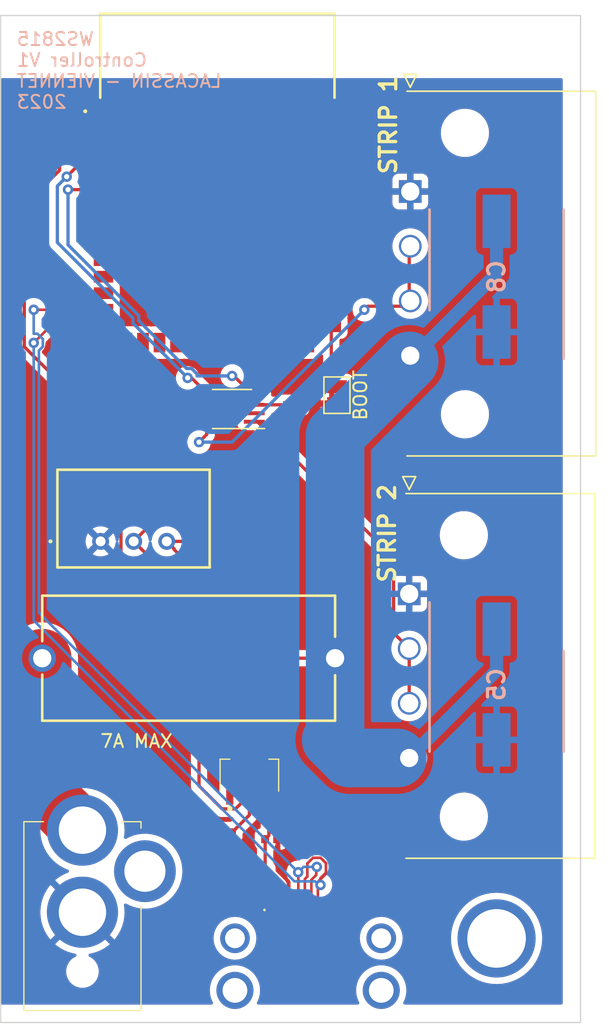
<source format=kicad_pcb>
(kicad_pcb (version 20221018) (generator pcbnew)
  (layers (0 "F.Cu" signal) (31 "B.Cu" signal) (34 "B.Paste" user) (35 "F.Paste" user) (36 "B.SilkS" user "B.Silkscreen") (37 "F.SilkS" user "F.Silkscreen") (38 "B.Mask" user) (39 "F.Mask" user) (44 "Edge.Cuts" user))
  (net 0 "")
  (net 1 "GND")
  (net 2 "Net-(39-30-3041-Pin_2)")
  (net 3 "+12V")
  (net 4 "Net-(39-30-3041-bis1-Pin_2)")
  (net 5 "+5V")
  (net 6 "+3.3V")
  (net 7 "D3")
  (net 8 "D4")
  (net 9 "D5")
  (net 10 "D6")
  (net 16 "D-")
  (net 17 "D+")
  (net 30 "Net-(ESP32-S3-WROOM-1-N8-GPIO0{slash}BOOT)")
  (net 51 "Net-(J1-Pad1)")
  (footprint "SamacSys_Parts:CAPC1005X55N" (layer "F.Cu") (at 121.46 131.557998 180)
    (fp_text reference "C15" hide)
    (fp_text value "100nF" hide)
    (pad "1" smd rect (at -0.46 0 180) (size 0.6 0.62) (layers "F.Cu" "F.Paste" "F.Mask") (net 6 "+3.3V"))
    (pad "2" smd rect (at 0.46 0 180) (size 0.6 0.62) (layers "F.Cu" "F.Paste" "F.Mask") (net 1 "GND"))
  )
  (footprint "SamacSys_Parts:39303041" (layer "F.Cu") (at 135.609255 82.362812 90)
    (fp_text reference "STRIP 1" (at 5.106695 -1.691092 90) (layer "F.SilkS") (effects (font (size 1.27 1.27) (thickness 0.254))))
    (fp_text value "Conn_01x04_Socket" hide)
    (fp_line (start -20.3 14.25) (end -20.3 -0.25) (stroke (width 0.127)) (layer "F.SilkS"))
    (fp_line (start 7.7 -0.25) (end 7.7 14.25) (stroke (width 0.127)) (layer "F.SilkS"))
    (fp_line (start 7.7 14.25) (end -20.3 14.25) (stroke (width 0.127)) (layer "F.SilkS"))
    (fp_line (start 8 0) (end 9 -0.5) (stroke (width 0.127)) (layer "F.SilkS"))
    (fp_line (start 9 -0.5) (end 9 0.5) (stroke (width 0.127)) (layer "F.SilkS"))
    (fp_line (start 9 0.5) (end 8 0) (stroke (width 0.127)) (layer "F.SilkS"))
    (pad "" np_thru_hole circle (at -17.1 4.2 90) (size 3.2 3.2) (drill 3.2) (layers "*.Cu" "*.Mask"))
    (pad "" np_thru_hole circle (at 4.5 4.2 90) (size 3.2 3.2) (drill 3.2) (layers "*.Cu" "*.Mask"))
    (pad "1" thru_hole rect (at 0 0 90) (size 1.75 1.75) (drill 1.4) (layers "*.Cu" "*.Mask") (net 1 "GND"))
    (pad "2" thru_hole circle (at -4.2 0 90) (size 1.75 1.75) (drill 1.4) (layers "*.Cu" "*.Mask") (net 2 "Net-(39-30-3041-Pin_2)"))
    (pad "3" thru_hole circle (at -8.4 0 90) (size 1.75 1.75) (drill 1.4) (layers "*.Cu" "*.Mask") (net 2 "Net-(39-30-3041-Pin_2)"))
    (pad "4" thru_hole circle (at -12.6 0 90) (size 1.75 1.75) (drill 1.4) (layers "*.Cu" "*.Mask") (net 3 "+12V"))
  )
  (footprint "SamacSys_Parts:CAPC1005X55N" (layer "F.Cu") (at 126.595267 98.762085)
    (fp_text reference "C2" hide)
    (fp_text value "100nF" hide)
    (pad "1" smd rect (at -0.46 0) (size 0.6 0.62) (layers "F.Cu" "F.Paste" "F.Mask") (net 6 "+3.3V"))
    (pad "2" smd rect (at 0.46 0) (size 0.6 0.62) (layers "F.Cu" "F.Paste" "F.Mask") (net 1 "GND"))
  )
  (footprint "SamacSys_Parts:CAPC1005X55N" (layer "F.Cu") (at 123.413066 109.184376)
    (fp_text reference "C3" hide)
    (fp_text value "100nF" hide)
    (pad "1" smd rect (at -0.46 0) (size 0.6 0.62) (layers "F.Cu" "F.Paste" "F.Mask") (net 3 "+12V"))
    (pad "2" smd rect (at 0.46 0) (size 0.6 0.62) (layers "F.Cu" "F.Paste" "F.Mask") (net 1 "GND"))
  )
  (footprint "Jumper:SolderJumper-2_P1.3mm_Bridged2Bar_Pad1.0x1.5mm" (layer "F.Cu") (at 129.976169 97.997013 -90)
    (fp_text reference "BOOT" (at 0 -1.8 90) (layer "F.SilkS"))
    (fp_text value "Jumper_2_Open")
    (fp_poly (pts (xy -0.25 -0.6) (xy 0.25 -0.6) (xy 0.25 -0.2) (xy -0.25 -0.2)) (fill solid) (layer "F.Cu"))
    (fp_poly (pts (xy -0.25 0.2) (xy 0.25 0.2) (xy 0.25 0.6) (xy -0.25 0.6)) (fill solid) (layer "F.Cu"))
    (fp_line (start -1.4 -1) (end 1.4 -1) (stroke (width 0.12)) (layer "F.SilkS"))
    (fp_line (start -1.4 1) (end -1.4 -1) (stroke (width 0.12)) (layer "F.SilkS"))
    (fp_line (start 1.4 -1) (end 1.4 1) (stroke (width 0.12)) (layer "F.SilkS"))
    (fp_line (start 1.4 1) (end -1.4 1) (stroke (width 0.12)) (layer "F.SilkS"))
    (pad "1" smd rect (at -0.65 0 270) (size 1 1.5) (layers "F.Cu" "F.Mask") (net 30 "Net-(ESP32-S3-WROOM-1-N8-GPIO0{slash}BOOT)"))
    (pad "2" smd rect (at 0.65 0 270) (size 1 1.5) (layers "F.Cu" "F.Mask") (net 1 "GND"))
  )
  (footprint "SamacSys_Parts:CAPC1005X55N" (layer "F.Cu") (at 108.176694 77.359144 180)
    (fp_text reference "C10" hide)
    (fp_text value "100nF" hide)
    (pad "1" smd rect (at -0.46 0 180) (size 0.6 0.62) (layers "F.Cu" "F.Paste" "F.Mask") (net 6 "+3.3V"))
    (pad "2" smd rect (at 0.46 0 180) (size 0.6 0.62) (layers "F.Cu" "F.Paste" "F.Mask") (net 1 "GND"))
  )
  (footprint "SamacSys_Parts:CAPC1005X55N" (layer "F.Cu") (at 123.467201 110.461862)
    (fp_text reference "C13" hide)
    (fp_text value "1uF" hide)
    (pad "1" smd rect (at -0.46 0) (size 0.6 0.62) (layers "F.Cu" "F.Paste" "F.Mask") (net 3 "+12V"))
    (pad "2" smd rect (at 0.46 0) (size 0.6 0.62) (layers "F.Cu" "F.Paste" "F.Mask") (net 1 "GND"))
  )
  (footprint "Package_SO:SSOP-8_2.95x2.8mm_P0.65mm" (layer "F.Cu") (at 121.92 99.06 180)
    (fp_text reference "U3" hide)
    (fp_text value "TXS0102DCT")
    (fp_line (start 1.5 -1.5) (end -2.5 -1.5) (stroke (width 0.12)) (layer "F.SilkS"))
    (fp_line (start 1.5 1.5) (end -1.5 1.5) (stroke (width 0.12)) (layer "F.SilkS"))
    (pad "1" smd rect (at -1.7 -0.975 90) (size 0.3 1.6) (layers "F.Cu" "F.Paste" "F.Mask") (net 4 "Net-(39-30-3041-bis1-Pin_2)"))
    (pad "2" smd rect (at -1.7 -0.325 90) (size 0.3 1.6) (layers "F.Cu" "F.Paste" "F.Mask") (net 1 "GND"))
    (pad "3" smd rect (at -1.7 0.325 90) (size 0.3 1.6) (layers "F.Cu" "F.Paste" "F.Mask") (net 6 "+3.3V"))
    (pad "4" smd rect (at -1.7 0.975 90) (size 0.3 1.6) (layers "F.Cu" "F.Paste" "F.Mask") (net 8 "D4"))
    (pad "5" smd rect (at 1.7 0.975 90) (size 0.3 1.6) (layers "F.Cu" "F.Paste" "F.Mask") (net 7 "D3"))
    (pad "6" smd rect (at 1.7 0.325 90) (size 0.3 1.6) (layers "F.Cu" "F.Paste" "F.Mask") (net 6 "+3.3V"))
    (pad "7" smd rect (at 1.7 -0.325 90) (size 0.3 1.6) (layers "F.Cu" "F.Paste" "F.Mask") (net 5 "+5V"))
    (pad "8" smd rect (at 1.7 -0.975 90) (size 0.3 1.6) (layers "F.Cu" "F.Paste" "F.Mask") (net 2 "Net-(39-30-3041-Pin_2)"))
  )
  (footprint "SamacSys_Parts:39303041" (layer "F.Cu") (at 135.5271 113.24925 90)
    (fp_text reference "STRIP 2" (at 4.644172 -1.695831 90) (layer "F.SilkS") (effects (font (size 1.27 1.27) (thickness 0.254))))
    (fp_text value "Conn_01x04_Socket" hide)
    (fp_line (start -20.3 14.25) (end -20.3 -0.25) (stroke (width 0.127)) (layer "F.SilkS"))
    (fp_line (start 7.7 -0.25) (end 7.7 14.25) (stroke (width 0.127)) (layer "F.SilkS"))
    (fp_line (start 7.7 14.25) (end -20.3 14.25) (stroke (width 0.127)) (layer "F.SilkS"))
    (fp_line (start 8 0) (end 9 -0.5) (stroke (width 0.127)) (layer "F.SilkS"))
    (fp_line (start 9 -0.5) (end 9 0.5) (stroke (width 0.127)) (layer "F.SilkS"))
    (fp_line (start 9 0.5) (end 8 0) (stroke (width 0.127)) (layer "F.SilkS"))
    (pad "" np_thru_hole circle (at -17.1 4.2 90) (size 3.2 3.2) (drill 3.2) (layers "*.Cu" "*.Mask"))
    (pad "" np_thru_hole circle (at 4.5 4.2 90) (size 3.2 3.2) (drill 3.2) (layers "*.Cu" "*.Mask"))
    (pad "1" thru_hole rect (at 0 0 90) (size 1.75 1.75) (drill 1.4) (layers "*.Cu" "*.Mask") (net 1 "GND"))
    (pad "2" thru_hole circle (at -4.2 0 90) (size 1.75 1.75) (drill 1.4) (layers "*.Cu" "*.Mask") (net 4 "Net-(39-30-3041-bis1-Pin_2)"))
    (pad "3" thru_hole circle (at -8.4 0 90) (size 1.75 1.75) (drill 1.4) (layers "*.Cu" "*.Mask") (net 4 "Net-(39-30-3041-bis1-Pin_2)"))
    (pad "4" thru_hole circle (at -12.6 0 90) (size 1.75 1.75) (drill 1.4) (layers "*.Cu" "*.Mask") (net 3 "+12V"))
  )
  (footprint "SamacSys_Parts:CAPC1005X55N" (layer "F.Cu") (at 108.211161 80.009503 180)
    (fp_text reference "C14" hide)
    (fp_text value "1uF" hide)
    (pad "1" smd rect (at -0.46 0 180) (size 0.6 0.62) (layers "F.Cu" "F.Paste" "F.Mask") (net 6 "+3.3V"))
    (pad "2" smd rect (at 0.46 0 180) (size 0.6 0.62) (layers "F.Cu" "F.Paste" "F.Mask") (net 1 "GND"))
  )
  (footprint "SamacSys_Parts:ESP32S3WROOM1N8R8" (layer "F.Cu") (at 120.79 81.46)
    (fp_text reference "ESP32-S3-WROOM-1-N8" hide)
    (fp_text value "ESP32-S3-WROOM-1" hide)
    (fp_line (start -10.2 -5.26) (end -10.2 -5.26) (stroke (width 0.2)) (layer "F.SilkS"))
    (fp_line (start -10.2 -5.26) (end -10.2 -5.26) (stroke (width 0.2)) (layer "F.SilkS"))
    (fp_line (start -10.1 -5.26) (end -10.1 -5.26) (stroke (width 0.2)) (layer "F.SilkS"))
    (fp_line (start -9 -12.75) (end 9 -12.75) (stroke (width 0.2)) (layer "F.SilkS"))
    (fp_line (start -9 -6.3) (end -9 -12.75) (stroke (width 0.2)) (layer "F.SilkS"))
    (fp_line (start 9 -12.75) (end 9 -6.3) (stroke (width 0.2)) (layer "F.SilkS"))
    (fp_arc (start -10.2 -5.26) (mid -10.15 -5.31) (end -10.1 -5.26) (stroke (width 0.2)) (layer "F.SilkS"))
    (fp_arc (start -10.1 -5.26) (mid -10.15 -5.21) (end -10.2 -5.26) (stroke (width 0.2)) (layer "F.SilkS"))
    (fp_arc (start -10.1 -5.26) (mid -10.15 -5.21) (end -10.2 -5.26) (stroke (width 0.2)) (layer "F.SilkS"))
    (pad "1" smd rect (at -8.75 -5.26 90) (size 0.9 1.5) (layers "F.Cu" "F.Paste" "F.Mask") (net 1 "GND"))
    (pad "2" smd rect (at -8.75 -3.99 90) (size 0.9 1.5) (layers "F.Cu" "F.Paste" "F.Mask") (net 6 "+3.3V"))
    (pad "3" smd rect (at -8.75 -2.72 90) (size 0.9 1.5) (layers "F.Cu" "F.Paste" "F.Mask") (net 6 "+3.3V"))
    (pad "4" smd rect (at -8.75 -1.45 90) (size 0.9 1.5) (layers "F.Cu" "F.Paste" "F.Mask") (net 7 "D3"))
    (pad "5" smd rect (at -8.75 -0.18 90) (size 0.9 1.5) (layers "F.Cu" "F.Paste" "F.Mask") (net 8 "D4"))
    (pad "6" smd rect (at -8.75 1.09 90) (size 0.9 1.5) (layers "F.Cu" "F.Paste" "F.Mask") (net 9 "D5"))
    (pad "7" smd rect (at -8.75 2.36 90) (size 0.9 1.5) (layers "F.Cu" "F.Paste" "F.Mask") (net 10 "D6"))
    (pad "8" smd rect (at -8.75 3.63 90) (size 0.9 1.5) (layers "F.Cu" "F.Paste" "F.Mask"))
    (pad "9" smd rect (at -8.75 4.9 90) (size 0.9 1.5) (layers "F.Cu" "F.Paste" "F.Mask"))
    (pad "10" smd rect (at -8.75 6.17 90) (size 0.9 1.5) (layers "F.Cu" "F.Paste" "F.Mask"))
    (pad "11" smd rect (at -8.75 7.44 90) (size 0.9 1.5) (layers "F.Cu" "F.Paste" "F.Mask"))
    (pad "12" smd rect (at -8.75 8.71 90) (size 0.9 1.5) (layers "F.Cu" "F.Paste" "F.Mask"))
    (pad "13" smd rect (at -8.75 9.98 90) (size 0.9 1.5) (layers "F.Cu" "F.Paste" "F.Mask") (net 16 "D-"))
    (pad "14" smd rect (at -8.75 11.25 90) (size 0.9 1.5) (layers "F.Cu" "F.Paste" "F.Mask") (net 17 "D+"))
    (pad "15" smd rect (at -6.985 12.5) (size 0.9 1.5) (layers "F.Cu" "F.Paste" "F.Mask"))
    (pad "16" smd rect (at -5.715 12.5) (size 0.9 1.5) (layers "F.Cu" "F.Paste" "F.Mask"))
    (pad "17" smd rect (at -4.445 12.5) (size 0.9 1.5) (layers "F.Cu" "F.Paste" "F.Mask"))
    (pad "18" smd rect (at -3.175 12.5) (size 0.9 1.5) (layers "F.Cu" "F.Paste" "F.Mask"))
    (pad "19" smd rect (at -1.905 12.5) (size 0.9 1.5) (layers "F.Cu" "F.Paste" "F.Mask"))
    (pad "20" smd rect (at -0.635 12.5) (size 0.9 1.5) (layers "F.Cu" "F.Paste" "F.Mask"))
    (pad "21" smd rect (at 0.635 12.5) (size 0.9 1.5) (layers "F.Cu" "F.Paste" "F.Mask"))
    (pad "22" smd rect (at 1.905 12.5) (size 0.9 1.5) (layers "F.Cu" "F.Paste" "F.Mask"))
    (pad "23" smd rect (at 3.175 12.5) (size 0.9 1.5) (layers "F.Cu" "F.Paste" "F.Mask"))
    (pad "24" smd rect (at 4.445 12.5) (size 0.9 1.5) (layers "F.Cu" "F.Paste" "F.Mask"))
    (pad "25" smd rect (at 5.715 12.5) (size 0.9 1.5) (layers "F.Cu" "F.Paste" "F.Mask"))
    (pad "26" smd rect (at 6.985 12.5) (size 0.9 1.5) (layers "F.Cu" "F.Paste" "F.Mask"))
    (pad "27" smd rect (at 8.75 11.25 90) (size 0.9 1.5) (layers "F.Cu" "F.Paste" "F.Mask") (net 30 "Net-(ESP32-S3-WROOM-1-N8-GPIO0{slash}BOOT)"))
    (pad "28" smd rect (at 8.75 9.98 90) (size 0.9 1.5) (layers "F.Cu" "F.Paste" "F.Mask"))
    (pad "29" smd rect (at 8.75 8.71 90) (size 0.9 1.5) (layers "F.Cu" "F.Paste" "F.Mask"))
    (pad "30" smd rect (at 8.75 7.44 90) (size 0.9 1.5) (layers "F.Cu" "F.Paste" "F.Mask"))
    (pad "31" smd rect (at 8.75 6.17 90) (size 0.9 1.5) (layers "F.Cu" "F.Paste" "F.Mask"))
    (pad "32" smd rect (at 8.75 4.9 90) (size 0.9 1.5) (layers "F.Cu" "F.Paste" "F.Mask"))
    (pad "33" smd rect (at 8.75 3.63 90) (size 0.9 1.5) (layers "F.Cu" "F.Paste" "F.Mask"))
    (pad "34" smd rect (at 8.75 2.36 90) (size 0.9 1.5) (layers "F.Cu" "F.Paste" "F.Mask"))
    (pad "35" smd rect (at 8.75 1.09 90) (size 0.9 1.5) (layers "F.Cu" "F.Paste" "F.Mask"))
    (pad "36" smd rect (at 8.75 -0.18 90) (size 0.9 1.5) (layers "F.Cu" "F.Paste" "F.Mask"))
    (pad "37" smd rect (at 8.75 -1.45 90) (size 0.9 1.5) (layers "F.Cu" "F.Paste" "F.Mask"))
    (pad "38" smd rect (at 8.75 -2.72 90) (size 0.9 1.5) (layers "F.Cu" "F.Paste" "F.Mask"))
    (pad "39" smd rect (at 8.75 -3.99 90) (size 0.9 1.5) (layers "F.Cu" "F.Paste" "F.Mask"))
    (pad "40" smd rect (at 8.75 -5.26 90) (size 0.9 1.5) (layers "F.Cu" "F.Paste" "F.Mask") (net 1 "GND"))
    (pad "41" smd rect (at -1.5 2.46) (size 0.9 0.9) (layers "F.Cu" "F.Paste" "F.Mask") (net 1 "GND"))
    (pad "42" smd rect (at -1.5 1.06) (size 0.9 0.9) (layers "F.Cu" "F.Paste" "F.Mask"))
    (pad "43" smd rect (at -2.9 1.06) (size 0.9 0.9) (layers "F.Cu" "F.Paste" "F.Mask"))
    (pad "44" smd rect (at -2.9 2.46) (size 0.9 0.9) (layers "F.Cu" "F.Paste" "F.Mask"))
    (pad "45" smd rect (at -2.9 3.86) (size 0.9 0.9) (layers "F.Cu" "F.Paste" "F.Mask"))
    (pad "46" smd rect (at -1.5 3.86) (size 0.9 0.9) (layers "F.Cu" "F.Paste" "F.Mask"))
    (pad "47" smd rect (at -0.1 3.86) (size 0.9 0.9) (layers "F.Cu" "F.Paste" "F.Mask"))
    (pad "48" smd rect (at -0.1 2.46) (size 0.9 0.9) (layers "F.Cu" "F.Paste" "F.Mask"))
    (pad "49" smd rect (at -0.1 1.06) (size 0.9 0.9) (layers "F.Cu" "F.Paste" "F.Mask"))
  )
  (footprint "SamacSys_Parts:AZ1117CR33TRG1" (layer "F.Cu") (at 123.247133 125.94)
    (fp_text reference "AZ1117CR-3.3TRG1" hide)
    (fp_text value "5v to 3v3" hide)
    (fp_line (start -2.25 0) (end -2.25 2.45) (stroke (width 0.1)) (layer "F.SilkS"))
    (fp_line (start -1.6 3.8) (end -1.6 3.8) (stroke (width 0.2)) (layer "F.SilkS"))
    (fp_line (start -1.5 0) (end -2.25 0) (stroke (width 0.1)) (layer "F.SilkS"))
    (fp_line (start -1.4 3.8) (end -1.4 3.8) (stroke (width 0.2)) (layer "F.SilkS"))
    (fp_line (start 1.5 0) (end 2.25 0) (stroke (width 0.1)) (layer "F.SilkS"))
    (fp_line (start 2.25 0) (end 2.25 2.45) (stroke (width 0.1)) (layer "F.SilkS"))
    (fp_arc (start -1.6 3.8) (mid -1.5 3.7) (end -1.4 3.8) (stroke (width 0.2)) (layer "F.SilkS"))
    (fp_arc (start -1.4 3.8) (mid -1.5 3.9) (end -1.6 3.8) (stroke (width 0.2)) (layer "F.SilkS"))
    (pad "1" smd rect (at -1.5 2.838) (size 0.55 1.3) (layers "F.Cu" "F.Paste" "F.Mask") (net 1 "GND"))
    (pad "2" smd rect (at 0 2.75) (size 0.8 1.475) (layers "F.Cu" "F.Paste" "F.Mask") (net 6 "+3.3V"))
    (pad "3" smd rect (at 1.5 2.838) (size 0.55 1.3) (layers "F.Cu" "F.Paste" "F.Mask") (net 5 "+5V"))
    (pad "4" smd rect (at 0 0.45) (size 1.85 3.125) (layers "F.Cu" "F.Paste" "F.Mask"))
  )
  (footprint "SamacSys_Parts:CAPC1005X55N" (layer "F.Cu") (at 116.084287 98.679132)
    (fp_text reference "C6" hide)
    (fp_text value "100nF" hide)
    (pad "1" smd rect (at -0.46 0) (size 0.6 0.62) (layers "F.Cu" "F.Paste" "F.Mask") (net 1 "GND"))
    (pad "2" smd rect (at 0.46 0) (size 0.6 0.62) (layers "F.Cu" "F.Paste" "F.Mask") (net 6 "+3.3V"))
  )
  (footprint "SamacSys_Parts:2169900002" (layer "F.Cu") (at 127.76 141.39)
    (fp_text reference "216990-0002" hide)
    (fp_text value "USB_C_Receptacle" hide)
    (fp_line (start -3.35 -3.925) (end -3.35 -3.925) (stroke (width 0.1)) (layer "F.SilkS"))
    (fp_line (start -3.35 -3.825) (end -3.35 -3.825) (stroke (width 0.1)) (layer "F.SilkS"))
    (fp_arc (start -3.35 -3.925) (mid -3.3 -3.875) (end -3.35 -3.825) (stroke (width 0.1)) (layer "F.SilkS"))
    (fp_arc (start -3.35 -3.825) (mid -3.4 -3.875) (end -3.35 -3.925) (stroke (width 0.1)) (layer "F.SilkS"))
    (pad "A1" smd rect (at -3.35 -2.85) (size 0.3 1.1) (layers "F.Cu" "F.Paste" "F.Mask") (net 1 "GND"))
    (pad "A4" smd rect (at -2.55 -2.85) (size 0.3 1.1) (layers "F.Cu" "F.Paste" "F.Mask") (net 5 "+5V"))
    (pad "A5" smd rect (at -1.25 -2.85) (size 0.3 1.1) (layers "F.Cu" "F.Paste" "F.Mask"))
    (pad "A6" smd rect (at -0.25 -2.85) (size 0.3 1.1) (layers "F.Cu" "F.Paste" "F.Mask") (net 17 "D+"))
    (pad "A7" smd rect (at 0.25 -2.85) (size 0.3 1.1) (layers "F.Cu" "F.Paste" "F.Mask") (net 16 "D-"))
    (pad "A8" smd rect (at 1.25 -2.85) (size 0.3 1.1) (layers "F.Cu" "F.Paste" "F.Mask"))
    (pad "A9" smd rect (at 2.55 -2.85) (size 0.3 1.1) (layers "F.Cu" "F.Paste" "F.Mask") (net 5 "+5V"))
    (pad "A12" smd rect (at 3.35 -2.85) (size 0.3 1.1) (layers "F.Cu" "F.Paste" "F.Mask") (net 1 "GND"))
    (pad "B1" smd rect (at 3.05 -2.85) (size 0.3 1.1) (layers "F.Cu" "F.Paste" "F.Mask") (net 1 "GND"))
    (pad "B4" smd rect (at 2.25 -2.85) (size 0.3 1.1) (layers "F.Cu" "F.Paste" "F.Mask") (net 5 "+5V"))
    (pad "B5" smd rect (at 1.75 -2.85) (size 0.3 1.1) (layers "F.Cu" "F.Paste" "F.Mask"))
    (pad "B6" smd rect (at 0.75 -2.85) (size 0.3 1.1) (layers "F.Cu" "F.Paste" "F.Mask") (net 17 "D+"))
    (pad "B7" smd rect (at -0.75 -2.85) (size 0.3 1.1) (layers "F.Cu" "F.Paste" "F.Mask") (net 16 "D-"))
    (pad "B8" smd rect (at -1.75 -2.85) (size 0.3 1.1) (layers "F.Cu" "F.Paste" "F.Mask"))
    (pad "B9" smd rect (at -2.25 -2.85) (size 0.3 1.1) (layers "F.Cu" "F.Paste" "F.Mask") (net 5 "+5V"))
    (pad "B12" smd rect (at -3.05 -2.85) (size 0.3 1.1) (layers "F.Cu" "F.Paste" "F.Mask") (net 1 "GND"))
    (pad "MH1" thru_hole circle (at -5.62 -1.7) (size 2.28 2.28) (drill 1.52) (layers "*.Cu" "*.Mask"))
    (pad "MH2" thru_hole circle (at 5.62 -1.7) (size 2.28 2.28) (drill 1.52) (layers "*.Cu" "*.Mask"))
    (pad "MH3" thru_hole circle (at 5.62 2.3) (size 2.85 2.85) (drill 1.9) (layers "*.Cu" "*.Mask"))
    (pad "MH4" thru_hole circle (at -5.62 2.3) (size 2.85 2.85) (drill 1.9) (layers "*.Cu" "*.Mask"))
  )
  (footprint "SamacSys_Parts:CAPC1005X55N" (layer "F.Cu") (at 124.92 132.08)
    (fp_text reference "C11" hide)
    (fp_text value "100nF" hide)
    (pad "1" smd rect (at -0.46 0) (size 0.6 0.62) (layers "F.Cu" "F.Paste" "F.Mask") (net 5 "+5V"))
    (pad "2" smd rect (at 0.46 0) (size 0.6 0.62) (layers "F.Cu" "F.Paste" "F.Mask") (net 1 "GND"))
  )
  (footprint "SamacSys_Parts:CAPC1005X55N" (layer "F.Cu") (at 108.231528 78.699142 180)
    (fp_text reference "C0402C103K1RACAUTO1" hide)
    (fp_text value "100nF" hide)
    (pad "1" smd rect (at -0.46 0 180) (size 0.6 0.62) (layers "F.Cu" "F.Paste" "F.Mask") (net 6 "+3.3V"))
    (pad "2" smd rect (at 0.46 0 180) (size 0.6 0.62) (layers "F.Cu" "F.Paste" "F.Mask") (net 1 "GND"))
  )
  (footprint "SamacSys_Parts:CAPC1005X55N" (layer "F.Cu") (at 123.465229 106.524827)
    (fp_text reference "C12" hide)
    (fp_text value "1uF" hide)
    (pad "1" smd rect (at -0.46 0) (size 0.6 0.62) (layers "F.Cu" "F.Paste" "F.Mask") (net 5 "+5V"))
    (pad "2" smd rect (at 0.46 0) (size 0.6 0.62) (layers "F.Cu" "F.Paste" "F.Mask") (net 1 "GND"))
  )
  (footprint "SamacSys_Parts:CAPC1005X55N" (layer "F.Cu") (at 123.465229 104.847528)
    (fp_text reference "C1" hide)
    (fp_text value "100nF" hide)
    (pad "1" smd rect (at -0.46 0) (size 0.6 0.62) (layers "F.Cu" "F.Paste" "F.Mask") (net 5 "+5V"))
    (pad "2" smd rect (at 0.46 0) (size 0.6 0.62) (layers "F.Cu" "F.Paste" "F.Mask") (net 1 "GND"))
  )
  (footprint "SamacSys_Parts:CAPC1005X55N" (layer "F.Cu") (at 124 134.62 180)
    (fp_text reference "C9" hide)
    (fp_text value "100nF" hide)
    (pad "1" smd rect (at -0.46 0 180) (size 0.6 0.62) (layers "F.Cu" "F.Paste" "F.Mask") (net 5 "+5V"))
    (pad "2" smd rect (at 0.46 0 180) (size 0.6 0.62) (layers "F.Cu" "F.Paste" "F.Mask") (net 1 "GND"))
  )
  (footprint "SamacSys_Parts:PJ057AH" (layer "F.Cu") (at 110.424 131.39 90)
    (fp_text reference "PJ-057AH1" hide)
    (fp_text value "Jack-DC" hide)
    (fp_line (start -13.85 -4.5) (end -13.85 4.5) (stroke (width 0.1)) (layer "F.SilkS"))
    (fp_line (start -13.85 4.5) (end -5.85 4.5) (stroke (width 0.1)) (layer "F.SilkS"))
    (fp_line (start 0.65 -4.5) (end -13.85 -4.5) (stroke (width 0.1)) (layer "F.SilkS"))
    (fp_line (start 0.65 -3) (end 0.65 -4.5) (stroke (width 0.1)) (layer "F.SilkS"))
    (fp_line (start 0.65 3) (end 0.65 4.5) (stroke (width 0.1)) (layer "F.SilkS"))
    (fp_line (start 0.65 4.5) (end 0.15 4.5) (stroke (width 0.1)) (layer "F.SilkS"))
    (pad "" np_thru_hole circle (at -10.85 0 90) (size 2 2) (drill 2) (layers "*.Cu" "*.Mask"))
    (pad "1" thru_hole circle (at 0 0 90) (size 5.46 5.46) (drill 3.6401) (layers "*.Cu" "*.Mask") (net 51 "Net-(J1-Pad1)"))
    (pad "2" thru_hole circle (at -6.3 0 90) (size 5.46 5.46) (drill 3.6401) (layers "*.Cu" "*.Mask") (net 1 "GND"))
    (pad "3" thru_hole circle (at -3.15 4.8 90) (size 4.743 4.743) (drill 3.1623) (layers "*.Cu" "*.Mask"))
  )
  (footprint "SamacSys_Parts:0031.8201" (layer "F.Cu") (at 118.584264 118.188665)
    (fp_text reference "J1" hide)
    (fp_text value "0031.8201" hide)
    (fp_line (start -11.25 -4.8) (end -11.25 -1.309) (stroke (width 0.2)) (layer "F.SilkS"))
    (fp_line (start -11.25 -4.8) (end 11.25 -4.8) (stroke (width 0.2)) (layer "F.SilkS"))
    (fp_line (start -11.25 4.8) (end -11.25 1.26) (stroke (width 0.2)) (layer "F.SilkS"))
    (fp_line (start 11.25 -4.8) (end 11.25 -1.649) (stroke (width 0.2)) (layer "F.SilkS"))
    (fp_line (start 11.25 4.8) (end -11.25 4.8) (stroke (width 0.2)) (layer "F.SilkS"))
    (fp_line (start 11.25 4.8) (end 11.25 1.308) (stroke (width 0.2)) (layer "F.SilkS"))
    (pad "1" thru_hole circle (at -11.25 0) (size 2.1 2.1) (drill 1.4) (layers "*.Cu" "*.Mask") (net 51 "Net-(J1-Pad1)"))
    (pad "2" thru_hole circle (at 11.25 0) (size 2.1 2.1) (drill 1.4) (layers "*.Cu" "*.Mask") (net 3 "+12V"))
  )
  (footprint "SamacSys_Parts:TSR12450" (layer "F.Cu") (at 111.819928 109.22)
    (fp_text reference "TSR-1-2450" hide)
    (fp_text value "12v to 5v" hide)
    (fp_line (start -3.9 0) (end -3.9 0) (stroke (width 0.2)) (layer "F.SilkS"))
    (fp_line (start -3.9 0) (end -3.8 0) (stroke (width 0.2)) (layer "F.SilkS"))
    (fp_line (start -3.8 0) (end -3.8 0) (stroke (width 0.2)) (layer "F.SilkS"))
    (fp_line (start -3.32 -5.5) (end 8.38 -5.5) (stroke (width 0.2)) (layer "F.SilkS"))
    (fp_line (start -3.32 2) (end -3.32 -5.5) (stroke (width 0.2)) (layer "F.SilkS"))
    (fp_line (start 8.38 -5.5) (end 8.38 2) (stroke (width 0.2)) (layer "F.SilkS"))
    (fp_line (start 8.38 2) (end -3.32 2) (stroke (width 0.2)) (layer "F.SilkS"))
    (fp_arc (start -3.9 0) (mid -3.85 -0.05) (end -3.8 0) (stroke (width 0.2)) (layer "F.SilkS"))
    (fp_arc (start -3.8 0) (mid -3.85 0.05) (end -3.9 0) (stroke (width 0.2)) (layer "F.SilkS"))
    (pad "1" thru_hole circle (at 0 0) (size 1.303 1.303) (drill 0.76) (layers "*.Cu" "*.Mask") (net 1 "GND"))
    (pad "2" thru_hole circle (at 2.54 0) (size 1.303 1.303) (drill 0.76) (layers "*.Cu" "*.Mask") (net 5 "+5V"))
    (pad "3" thru_hole circle (at 5.08 0) (size 1.303 1.303) (drill 0.76) (layers "*.Cu" "*.Mask") (net 3 "+12V"))
  )
  (footprint "SamacSys_Parts:CAPC1005X55N" (layer "F.Cu") (at 116.062195 99.928609 180)
    (fp_text reference "C4" hide)
    (fp_text value "100nF" hide)
    (pad "1" smd rect (at -0.46 0 180) (size 0.6 0.62) (layers "F.Cu" "F.Paste" "F.Mask") (net 5 "+5V"))
    (pad "2" smd rect (at 0.46 0 180) (size 0.6 0.62) (layers "F.Cu" "F.Paste" "F.Mask") (net 1 "GND"))
  )
  (footprint "SamacSys_Parts:CAPAE1030X1030N" (layer "B.Cu") (at 142.24 88.9 90)
    (fp_text reference "C8" (at 0 0 90) (layer "B.SilkS") (effects (font (size 1.27 1.27) (thickness 0.254)) (justify mirror)))
    (fp_text value "1000uF/50V" hide)
    (fp_line (start -6.3 5.15) (end 5.15 5.15) (stroke (width 0.2)) (layer "B.SilkS"))
    (fp_line (start -2.575 -5.15) (end 5.15 -5.15) (stroke (width 0.2)) (layer "B.SilkS"))
    (pad "1" smd rect (at -4.25 0) (size 2.15 4.1) (layers "B.Cu" "B.Paste" "B.Mask") (net 1 "GND"))
    (pad "2" smd rect (at 4.25 0) (size 2.15 4.1) (layers "B.Cu" "B.Paste" "B.Mask") (net 3 "+12V"))
  )
  (footprint "SamacSys_Parts:CAPAE1030X1030N" (layer "B.Cu") (at 142.24 120.21 -90)
    (fp_text reference "C5" (at 0 0 90) (layer "B.SilkS") (effects (font (size 1.27 1.27) (thickness 0.254)) (justify mirror)))
    (fp_text value "1000uF/50V" hide)
    (fp_line (start -6.3 5.15) (end 5.15 5.15) (stroke (width 0.2)) (layer "B.SilkS"))
    (fp_line (start -2.575 -5.15) (end 5.15 -5.15) (stroke (width 0.2)) (layer "B.SilkS"))
    (pad "1" smd rect (at -4.25 0 180) (size 2.15 4.1) (layers "B.Cu" "B.Paste" "B.Mask") (net 3 "+12V"))
    (pad "2" smd rect (at 4.25 0 180) (size 2.15 4.1) (layers "B.Cu" "B.Paste" "B.Mask") (net 1 "GND"))
  )
  (gr_rect (start 104.14 68.850924) (end 148.694223 146.154223) (stroke (width 0.1)) (fill none) (layer "Edge.Cuts"))
  (gr_text "WS2815\nController V1\nLACASSIN - VIENNET\n2023" (at 105.288314 76.075106) (layer "B.SilkS") (effects (font (size 1 1)) (justify right bottom mirror)))
  (gr_text "7A MAX" (at 111.717636 125.140989) (layer "F.SilkS") (effects (font (size 1 1)) (justify left bottom)))
  (via (at 142.24 139.7) (size 6) (drill 4.5) (layers "F.Cu" "B.Cu") (net 0))
  (segment (start 126.993773 98.735) (end 127 98.728773) (width 0.25) (layer "F.Cu") (net 1))
  (segment (start 124.41 138.14) (end 124.41 138.54) (width 0.25) (layer "F.Cu") (net 1))
  (segment (start 115.624287 99.906517) (end 115.602195 99.928609) (width 0.25) (layer "F.Cu") (net 1))
  (segment (start 119.97 101.01) (end 119.38 101.6) (width 0.25) (layer "F.Cu") (net 2))
  (segment (start 135.5271 91.16925) (end 135.5271 86.96925) (width 0.25) (layer "F.Cu") (net 2))
  (segment (start 119.97 100.035) (end 119.97 101.01) (width 0.25) (layer "F.Cu") (net 2))
  (segment (start 135.5271 91.16925) (end 132.35075 91.16925) (width 0.25) (layer "F.Cu") (net 2))
  (segment (start 132.35075 91.16925) (end 132.08 91.44) (width 0.25) (layer "F.Cu") (net 2))
  (via (at 132.08 91.44) (size 0.8) (drill 0.4) (layers "F.Cu" "B.Cu") (net 2))
  (via (at 119.38 101.6) (size 0.8) (drill 0.4) (layers "F.Cu" "B.Cu") (net 2))
  (segment (start 121.92 101.6) (end 119.38 101.6) (width 0.25) (layer "B.Cu") (net 2))
  (segment (start 132.08 91.44) (end 121.92 101.6) (width 0.25) (layer "B.Cu") (net 2))
  (segment (start 117.461428 109.841428) (end 117.461428 109.7815) (width 0.25) (layer "F.Cu") (net 3))
  (segment (start 123.007201 110.461862) (end 123.007201 110.307201) (width 0.25) (layer "F.Cu") (net 3))
  (segment (start 129.834264 118.188665) (end 125.808665 118.188665) (width 0.25) (layer "F.Cu") (net 3))
  (segment (start 122.917442 109.22) (end 122.953066 109.184376) (width 0.25) (layer "F.Cu") (net 3))
  (segment (start 123.007201 110.307201) (end 121.92 109.22) (width 0.25) (layer "F.Cu") (net 3))
  (segment (start 121.92 109.22) (end 122.917442 109.22) (width 0.25) (layer "F.Cu") (net 3))
  (segment (start 117.461428 109.7815) (end 116.899928 109.22) (width 0.25) (layer "F.Cu") (net 3))
  (segment (start 116.899928 109.22) (end 121.92 109.22) (width 0.25) (layer "F.Cu") (net 3))
  (segment (start 125.808665 118.188665) (end 117.461428 109.841428) (width 0.25) (layer "F.Cu") (net 3))
  (segment (start 142.24 115.96) (end 142.24 119.13635) (width 1) (layer "B.Cu") (net 3))
  (segment (start 142.24 88.65635) (end 135.5271 95.36925) (width 1) (layer "B.Cu") (net 3))
  (segment (start 142.24 84.65) (end 142.24 88.65635) (width 1) (layer "B.Cu") (net 3))
  (segment (start 129.834264 101.062086) (end 135.5271 95.36925) (width 4.5) (layer "B.Cu") (net 3))
  (segment (start 129.54 124.46) (end 129.834264 124.165736) (width 4.5) (layer "B.Cu") (net 3))
  (segment (start 134.62 125.84925) (end 130.92925 125.84925) (width 4.5) (layer "B.Cu") (net 3))
  (segment (start 142.24 119.13635) (end 135.5271 125.84925) (width 1) (layer "B.Cu") (net 3))
  (segment (start 129.834264 118.188665) (end 129.834264 101.062086) (width 4.5) (layer "B.Cu") (net 3))
  (segment (start 130.92925 125.84925) (end 129.54 124.46) (width 4.5) (layer "B.Cu") (net 3))
  (segment (start 129.834264 124.165736) (end 129.834264 118.188665) (width 4.5) (layer "B.Cu") (net 3))
  (segment (start 123.87 100.035) (end 134.3271 110.4921) (width 0.25) (layer "F.Cu") (net 4))
  (segment (start 134.3271 110.4921) (end 134.3271 116.24925) (width 0.25) (layer "F.Cu") (net 4))
  (segment (start 135.5271 121.64925) (end 135.5271 117.44925) (width 0.25) (layer "F.Cu") (net 4))
  (segment (start 134.3271 116.24925) (end 135.5271 117.44925) (width 0.25) (layer "F.Cu") (net 4))
  (segment (start 124.747133 128.778) (end 124.747133 131.792867) (width 0.25) (layer "F.Cu") (net 5))
  (segment (start 114.359928 109.22) (end 117.055101 106.524827) (width 0.25) (layer "F.Cu") (net 5))
  (segment (start 124.46 134.62) (end 125.51 135.67) (width 0.25) (layer "F.Cu") (net 5))
  (segment (start 124.46 134.62) (end 124.46 132.08) (width 0.25) (layer "F.Cu") (net 5))
  (segment (start 124.91 119.770072) (end 114.359928 109.22) (width 0.25) (layer "F.Cu") (net 5))
  (segment (start 125.51 135.67) (end 125.51 138.54) (width 0.25) (layer "F.Cu") (net 5))
  (segment (start 123.005229 104.847528) (end 123.005229 105.439598) (width 0.25) (layer "F.Cu") (net 5))
  (segment (start 125.51 139.39) (end 125.51 138.54) (width 0.25) (layer "F.Cu") (net 5))
  (segment (start 117.065804 99.385) (end 116.522195 99.928609) (width 0.25) (layer "F.Cu") (net 5))
  (segment (start 125.51 138.14) (end 125.38 138.01) (width 0.25) (layer "F.Cu") (net 5))
  (segment (start 124.747133 131.792867) (end 124.46 132.08) (width 0.25) (layer "F.Cu") (net 5))
  (segment (start 116.522195 99.928609) (end 116.522195 103.822195) (width 0.25) (layer "F.Cu") (net 5))
  (segment (start 124.91 128.615133) (end 124.91 119.770072) (width 0.25) (layer "F.Cu") (net 5))
  (segment (start 129.7 139.7) (end 125.82 139.7) (width 0.25) (layer "F.Cu") (net 5))
  (segment (start 125.428025 138.321975) (end 125.21 138.54) (width 0.25) (layer "F.Cu") (net 5))
  (segment (start 130.01 139.39) (end 129.7 139.7) (width 0.25) (layer "F.Cu") (net 5))
  (segment (start 117.055101 106.524827) (end 121.92 106.524827) (width 0.25) (layer "F.Cu") (net 5))
  (segment (start 125.82 139.7) (end 125.51 139.39) (width 0.25) (layer "F.Cu") (net 5))
  (segment (start 125.51 138.54) (end 125.51 138.14) (width 0.25) (layer "F.Cu") (net 5))
  (segment (start 123.005229 105.439598) (end 121.92 106.524827) (width 0.25) (layer "F.Cu") (net 5))
  (segment (start 124.747133 128.778) (end 124.91 128.615133) (width 0.25) (layer "F.Cu") (net 5))
  (segment (start 116.522195 103.822195) (end 117.547528 104.847528) (width 0.25) (layer "F.Cu") (net 5))
  (segment (start 130.01 138.54) (end 130.01 139.39) (width 0.25) (layer "F.Cu") (net 5))
  (segment (start 117.547528 104.847528) (end 123.005229 104.847528) (width 0.25) (layer "F.Cu") (net 5))
  (segment (start 121.92 106.524827) (end 123.005229 106.524827) (width 0.25) (layer "F.Cu") (net 5))
  (segment (start 119.97 99.385) (end 117.065804 99.385) (width 0.25) (layer "F.Cu") (net 5))
  (segment (start 123.247133 130.230865) (end 121.92 131.557998) (width 0.25) (layer "F.Cu") (net 6))
  (segment (start 116.544287 98.679132) (end 119.914132 98.679132) (width 0.25) (layer "F.Cu") (net 6))
  (segment (start 116.544287 98.119132) (end 116.544287 98.679132) (width 0.25) (layer "F.Cu") (net 6))
  (segment (start 112.04 77.47) (end 108.74755 77.47) (width 0.25) (layer "F.Cu") (net 6))
  (segment (start 119.914132 98.679132) (end 119.97 98.735) (width 0.25) (layer "F.Cu") (net 6))
  (segment (start 121.147133 129.753) (end 119.38 127.985867) (width 0.25) (layer "F.Cu") (net 6))
  (segment (start 108.671161 80.731161) (end 105.955 83.447322) (width 0.25) (layer "F.Cu") (net 6))
  (segment (start 123.247133 128.69) (end 123.247133 130.230865) (width 0.25) (layer "F.Cu") (net 6))
  (segment (start 110.49 78.74) (end 109.22 77.47) (width 0.25) (layer "F.Cu") (net 6))
  (segment (start 123.247133 128.69) (end 122.184133 129.753) (width 0.25) (layer "F.Cu") (net 6))
  (segment (start 105.955 83.447322) (end 105.955 94.280305) (width 0.25) (layer "F.Cu") (net 6))
  (segment (start 119.38 127.985867) (end 119.38 124.46) (width 0.25) (layer "F.Cu") (net 6))
  (segment (start 123.87 98.735) (end 126.108182 98.735) (width 0.25) (layer "F.Cu") (net 6))
  (segment (start 108.671161 80.009503) (end 108.671161 80.731161) (width 0.25) (layer "F.Cu") (net 6))
  (segment (start 109.22 77.47) (end 108.74755 77.47) (width 0.25) (layer "F.Cu") (net 6))
  (segment (start 116.469287 98.044132) (end 116.544287 98.119132) (width 0.25) (layer "F.Cu") (net 6))
  (segment (start 123.210786 128.726347) (end 123.247133 128.69) (width 0.25) (layer "F.Cu") (net 6))
  (segment (start 126.108182 98.735) (end 126.135267 98.762085) (width 0.25) (layer "F.Cu") (net 6))
  (segment (start 108.636694 77.359144) (end 108.636694 79.975036) (width 0.25) (layer "F.Cu") (net 6))
  (segment (start 122.184133 129.753) (end 121.147133 129.753) (width 0.25) (layer "F.Cu") (net 6))
  (segment (start 113.383428 99.659991) (end 114.141709 98.901709) (width 0.25) (layer "F.Cu") (net 6))
  (segment (start 119.38 124.46) (end 113.383428 118.463428) (width 0.25) (layer "F.Cu") (net 6))
  (segment (start 114.141709 98.901709) (end 114.999287 98.044132) (width 0.25) (layer "F.Cu") (net 6))
  (segment (start 108.636694 79.975036) (end 108.671161 80.009503) (width 0.25) (layer "F.Cu") (net 6))
  (segment (start 105.955 94.280305) (end 110.576404 98.901709) (width 0.25) (layer "F.Cu") (net 6))
  (segment (start 108.732386 78.74) (end 108.691528 78.699142) (width 0.25) (layer "F.Cu") (net 6))
  (segment (start 108.74755 77.47) (end 108.636694 77.359144) (width 0.25) (layer "F.Cu") (net 6))
  (segment (start 113.383428 118.463428) (end 113.383428 99.659991) (width 0.25) (layer "F.Cu") (net 6))
  (segment (start 119.97 98.735) (end 123.87 98.735) (width 0.25) (layer "F.Cu") (net 6))
  (segment (start 112.04 78.74) (end 110.49 78.74) (width 0.25) (layer "F.Cu") (net 6))
  (segment (start 110.576404 98.901709) (end 114.141709 98.901709) (width 0.25) (layer "F.Cu") (net 6))
  (segment (start 114.999287 98.044132) (end 116.469287 98.044132) (width 0.25) (layer "F.Cu") (net 6))
  (segment (start 110.426388 80.01) (end 112.04 80.01) (width 0.25) (layer "F.Cu") (net 7))
  (segment (start 109.21406 81.222328) (end 110.426388 80.01) (width 0.25) (layer "F.Cu") (net 7))
  (segment (start 118.804799 96.669799) (end 120.22 98.085) (width 0.25) (layer "F.Cu") (net 7))
  (segment (start 118.505201 96.669799) (end 118.804799 96.669799) (width 0.25) (layer "F.Cu") (net 7))
  (via (at 118.505201 96.669799) (size 0.8) (drill 0.4) (layers "F.Cu" "B.Cu") (net 7))
  (via (at 109.21406 81.222328) (size 0.8) (drill 0.4) (layers "F.Cu" "B.Cu") (net 7))
  (segment (start 114.3 92.076396) (end 114.3 92.464598) (width 0.25) (layer "B.Cu") (net 7))
  (segment (start 108.495 86.271396) (end 114.3 92.076396) (width 0.25) (layer "B.Cu") (net 7))
  (segment (start 108.495 81.941388) (end 108.495 86.271396) (width 0.25) (layer "B.Cu") (net 7))
  (segment (start 109.21406 81.222328) (end 108.495 81.941388) (width 0.25) (layer "B.Cu") (net 7))
  (segment (start 114.3 92.464598) (end 118.505201 96.669799) (width 0.25) (layer "B.Cu") (net 7))
  (segment (start 109.316466 82.216571) (end 110.523429 82.216571) (width 0.25) (layer "F.Cu") (net 8))
  (segment (start 110.523429 82.216571) (end 111.46 81.28) (width 0.25) (layer "F.Cu") (net 8))
  (segment (start 123.62 98.085) (end 122.055 96.52) (width 0.25) (layer "F.Cu") (net 8))
  (segment (start 111.46 81.28) (end 112.04 81.28) (width 0.25) (layer "F.Cu") (net 8))
  (segment (start 122.055 96.52) (end 121.92 96.52) (width 0.25) (layer "F.Cu") (net 8))
  (via (at 109.316466 82.216571) (size 0.8) (drill 0.4) (layers "F.Cu" "B.Cu") (net 8))
  (via (at 121.92 96.52) (size 0.8) (drill 0.4) (layers "F.Cu" "B.Cu") (net 8))
  (segment (start 119.230201 96.52) (end 121.92 96.52) (width 0.25) (layer "B.Cu") (net 8))
  (segment (start 109.316466 82.216571) (end 109.316466 86.456466) (width 0.25) (layer "B.Cu") (net 8))
  (segment (start 119.230201 96.369494) (end 119.230201 96.52) (width 0.25) (layer "B.Cu") (net 8))
  (segment (start 118.416597 95.944799) (end 118.805506 95.944799) (width 0.25) (layer "B.Cu") (net 8))
  (segment (start 118.805506 95.944799) (end 119.230201 96.369494) (width 0.25) (layer "B.Cu") (net 8))
  (segment (start 114.75 92.278202) (end 118.416597 95.944799) (width 0.25) (layer "B.Cu") (net 8))
  (segment (start 114.75 91.89) (end 114.75 92.278202) (width 0.25) (layer "B.Cu") (net 8))
  (segment (start 109.316466 86.456466) (end 114.75 91.89) (width 0.25) (layer "B.Cu") (net 8))
  (segment (start 128.01 135.206119) (end 128.385405 134.830714) (width 0.2) (layer "F.Cu") (net 16))
  (segment (start 128.385405 134.247662) (end 128.424205 134.208862) (width 0.2) (layer "F.Cu") (net 16))
  (segment (start 128.01 138.54) (end 128.01 135.206119) (width 0.2) (layer "F.Cu") (net 16))
  (segment (start 127.01 138.54) (end 127.01 134.63) (width 0.2) (layer "F.Cu") (net 16))
  (segment (start 128.385405 134.830714) (end 128.385405 134.247662) (width 0.2) (layer "F.Cu") (net 16))
  (segment (start 128.428817 134.208862) (end 128.428817 134.20425) (width 0.2) (layer "F.Cu") (net 16))
  (segment (start 128.424205 134.208862) (end 128.428817 134.208862) (width 0.2) (layer "F.Cu") (net 16))
  (segment (start 128.428817 134.20425) (end 128.39189 134.241177) (width 0.2) (layer "F.Cu") (net 16))
  (segment (start 112.04 91.44) (end 106.68 91.44) (width 0.2) (layer "F.Cu") (net 16))
  (via (at 106.68 91.44) (size 0.8) (drill 0.4) (layers "F.Cu" "B.Cu") (net 16))
  (via (at 128.428817 134.208862) (size 0.8) (drill 0.4) (layers "F.Cu" "B.Cu") (net 16))
  (via (at 127 134.62) (size 0.8) (drill 0.4) (layers "F.Cu" "B.Cu") (net 16))
  (segment (start 107.38 93.69005) (end 106.96995 93.28) (width 0.2) (layer "B.Cu") (net 16))
  (segment (start 107.38 94.26995) (end 107.38 93.69005) (width 0.2) (layer "B.Cu") (net 16))
  (segment (start 107.08 94.56995) (end 107.38 94.26995) (width 0.2) (layer "B.Cu") (net 16))
  (segment (start 127 134.62) (end 124.46 132.08) (width 0.2) (layer "B.Cu") (net 16))
  (segment (start 125.101491 132.721491) (end 124.46 132.08) (width 0.2) (layer "B.Cu") (net 16))
  (segment (start 106.68 93.28) (end 106.68 91.44) (width 0.2) (layer "B.Cu") (net 16))
  (segment (start 127.411138 134.208862) (end 127 134.62) (width 0.2) (layer "B.Cu") (net 16))
  (segment (start 124.46 132.08) (end 107.08 114.7) (width 0.2) (layer "B.Cu") (net 16))
  (segment (start 107.08 114.7) (end 107.08 94.56995) (width 0.2) (layer "B.Cu") (net 16))
  (segment (start 106.96995 93.28) (end 106.68 93.28) (width 0.2) (layer "B.Cu") (net 16))
  (segment (start 128.428817 134.208862) (end 127.411138 134.208862) (width 0.2) (layer "B.Cu") (net 16))
  (segment (start 128.7095 135.596011) (end 128.718767 135.586744) (width 0.2) (layer "F.Cu") (net 17))
  (segment (start 128.718767 135.586744) (end 128.718767 135.063038) (width 0.2) (layer "F.Cu") (net 17))
  (segment (start 107.95 92.71) (end 106.68 93.98) (width 0.2) (layer "F.Cu") (net 17))
  (segment (start 127.700498 134.949936) (end 127.700498 134.234491) (width 0.2) (layer "F.Cu") (net 17))
  (segment (start 128.718767 135.063038) (end 129.128817 134.652988) (width 0.2) (layer "F.Cu") (net 17))
  (segment (start 129.128817 134.652988) (end 129.128817 133.918912) (width 0.2) (layer "F.Cu") (net 17))
  (segment (start 129.136169 133.926264) (end 129.136169 134.734999) (width 0.2) (layer "F.Cu") (net 17))
  (segment (start 129.136169 134.734999) (end 128.477604 135.393564) (width 0.2) (layer "F.Cu") (net 17))
  (segment (start 127.700498 133.947231) (end 128.138867 133.508862) (width 0.2) (layer "F.Cu") (net 17))
  (segment (start 128.718767 133.508862) (end 129.136169 133.926264) (width 0.2) (layer "F.Cu") (net 17))
  (segment (start 127.51 138.54) (end 127.51 135.140434) (width 0.2) (layer "F.Cu") (net 17))
  (segment (start 128.51 135.42596) (end 128.51 138.54) (width 0.2) (layer "F.Cu") (net 17))
  (segment (start 129.128817 133.918912) (end 128.718767 133.508862) (width 0.2) (layer "F.Cu") (net 17))
  (segment (start 128.477604 135.393564) (end 128.51 135.42596) (width 0.2) (layer "F.Cu") (net 17))
  (segment (start 127.51 135.140434) (end 127.700498 134.949936) (width 0.2) (layer "F.Cu") (net 17))
  (segment (start 128.138867 133.508862) (end 128.718767 133.508862) (width 0.2) (layer "F.Cu") (net 17))
  (segment (start 127.700498 134.234491) (end 127.706549 134.22844) (width 0.2) (layer "F.Cu") (net 17))
  (segment (start 112.04 92.71) (end 107.95 92.71) (width 0.2) (layer "F.Cu") (net 17))
  (segment (start 127.700498 134.234491) (end 127.700498 133.947231) (width 0.2) (layer "F.Cu") (net 17))
  (via (at 128.7095 135.596011) (size 0.8) (drill 0.4) (layers "F.Cu" "B.Cu") (net 17))
  (via (at 106.68 93.98) (size 0.8) (drill 0.4) (layers "F.Cu" "B.Cu") (net 17))
  (segment (start 106.68 115.28995) (end 106.68 93.98) (width 0.2) (layer "B.Cu") (net 17))
  (segment (start 128.7095 135.596011) (end 128.58364 135.596011) (width 0.2) (layer "B.Cu") (net 17))
  (segment (start 128.307629 135.32) (end 126.71005 135.32) (width 0.2) (layer "B.Cu") (net 17))
  (segment (start 128.58364 135.596011) (end 128.307629 135.32) (width 0.2) (layer "B.Cu") (net 17))
  (segment (start 126.71005 135.32) (end 106.68 115.28995) (width 0.2) (layer "B.Cu") (net 17))
  (segment (start 129.54 97.288182) (end 129.481169 97.347013) (width 0.25) (layer "F.Cu") (net 30))
  (segment (start 129.54 92.73) (end 129.54 97.288182) (width 0.25) (layer "F.Cu") (net 30))
  (segment (start 110.424 131.39) (end 111.07 131.39) (width 0.25) (layer "F.Cu") (net 51))
  (segment (start 107.334264 128.300264) (end 107.334264 118.188665) (width 4.5) (layer "F.Cu") (net 51))
  (segment (start 110.424 131.39) (end 107.334264 128.300264) (width 4.5) (layer "F.Cu") (net 51))
  (segment (start 111.07 131.39) (end 111.76 132.08) (width 0.25) (layer "F.Cu") (net 51))
  (zone (net 1) (net_name "GND") (layers "F&B.Cu") (connect_pads (clearance 0.5)) (min_thickness 0.25) (fill yes (thermal_gap 0.5) (thermal_bridge_width 0.5))
    (polygon (pts (xy 147.32 73.66) (xy 104.14 73.66) (xy 104.14 144.78) (xy 147.32 144.78)))
  )
)
</source>
